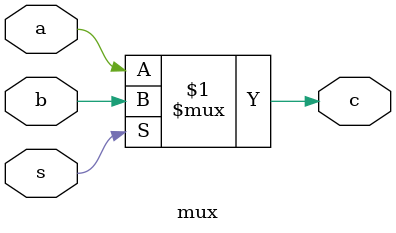
<source format=v>

module mux
    (
     a,
     b,
     s,
     c
     );

////////////////////////////////////////////////////////////////////////////////
// Parameter declarations

parameter WIDTH = 1;

////////////////////////////////////////////////////////////////////////////////
// Port declarations

////////////////////////////////////////////////////////////////////////////////
// Output declarations

input     s;
input [WIDTH-1:0] a,b;

output [WIDTH-1:0] c;

////////////////////////////////////////////////////////////////////////////////
// Local logic and instantiation

assign             c = s?b:a;

endmodule 
</source>
